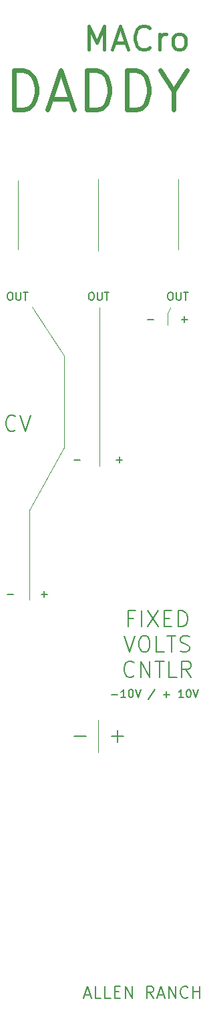
<source format=gbr>
%TF.GenerationSoftware,KiCad,Pcbnew,(5.1.6-0)*%
%TF.CreationDate,2022-12-01T22:08:32-05:00*%
%TF.ProjectId,MACRO Panel,4d414352-4f20-4506-916e-656c2e6b6963,rev?*%
%TF.SameCoordinates,Original*%
%TF.FileFunction,Legend,Top*%
%TF.FilePolarity,Positive*%
%FSLAX46Y46*%
G04 Gerber Fmt 4.6, Leading zero omitted, Abs format (unit mm)*
G04 Created by KiCad (PCBNEW (5.1.6-0)) date 2022-12-01 22:08:32*
%MOMM*%
%LPD*%
G01*
G04 APERTURE LIST*
%ADD10C,0.120000*%
%ADD11C,0.150000*%
%ADD12C,0.200000*%
%ADD13C,0.400000*%
%ADD14C,0.600000*%
G04 APERTURE END LIST*
D10*
X82423000Y-71628000D02*
X82804000Y-70866000D01*
D11*
X82693000Y-68921380D02*
X82883476Y-68921380D01*
X82978714Y-68969000D01*
X83073952Y-69064238D01*
X83121571Y-69254714D01*
X83121571Y-69588047D01*
X83073952Y-69778523D01*
X82978714Y-69873761D01*
X82883476Y-69921380D01*
X82693000Y-69921380D01*
X82597761Y-69873761D01*
X82502523Y-69778523D01*
X82454904Y-69588047D01*
X82454904Y-69254714D01*
X82502523Y-69064238D01*
X82597761Y-68969000D01*
X82693000Y-68921380D01*
X83550142Y-68921380D02*
X83550142Y-69730904D01*
X83597761Y-69826142D01*
X83645380Y-69873761D01*
X83740619Y-69921380D01*
X83931095Y-69921380D01*
X84026333Y-69873761D01*
X84073952Y-69826142D01*
X84121571Y-69730904D01*
X84121571Y-68921380D01*
X84454904Y-68921380D02*
X85026333Y-68921380D01*
X84740619Y-69921380D02*
X84740619Y-68921380D01*
X72660000Y-68921380D02*
X72850476Y-68921380D01*
X72945714Y-68969000D01*
X73040952Y-69064238D01*
X73088571Y-69254714D01*
X73088571Y-69588047D01*
X73040952Y-69778523D01*
X72945714Y-69873761D01*
X72850476Y-69921380D01*
X72660000Y-69921380D01*
X72564761Y-69873761D01*
X72469523Y-69778523D01*
X72421904Y-69588047D01*
X72421904Y-69254714D01*
X72469523Y-69064238D01*
X72564761Y-68969000D01*
X72660000Y-68921380D01*
X73517142Y-68921380D02*
X73517142Y-69730904D01*
X73564761Y-69826142D01*
X73612380Y-69873761D01*
X73707619Y-69921380D01*
X73898095Y-69921380D01*
X73993333Y-69873761D01*
X74040952Y-69826142D01*
X74088571Y-69730904D01*
X74088571Y-68921380D01*
X74421904Y-68921380D02*
X74993333Y-68921380D01*
X74707619Y-69921380D02*
X74707619Y-68921380D01*
X62373000Y-68921380D02*
X62563476Y-68921380D01*
X62658714Y-68969000D01*
X62753952Y-69064238D01*
X62801571Y-69254714D01*
X62801571Y-69588047D01*
X62753952Y-69778523D01*
X62658714Y-69873761D01*
X62563476Y-69921380D01*
X62373000Y-69921380D01*
X62277761Y-69873761D01*
X62182523Y-69778523D01*
X62134904Y-69588047D01*
X62134904Y-69254714D01*
X62182523Y-69064238D01*
X62277761Y-68969000D01*
X62373000Y-68921380D01*
X63230142Y-68921380D02*
X63230142Y-69730904D01*
X63277761Y-69826142D01*
X63325380Y-69873761D01*
X63420619Y-69921380D01*
X63611095Y-69921380D01*
X63706333Y-69873761D01*
X63753952Y-69826142D01*
X63801571Y-69730904D01*
X63801571Y-68921380D01*
X64134904Y-68921380D02*
X64706333Y-68921380D01*
X64420619Y-69921380D02*
X64420619Y-68921380D01*
D10*
X83820000Y-54610000D02*
X83820000Y-63500000D01*
X73660000Y-54610000D02*
X73660000Y-63627000D01*
X63500000Y-54737000D02*
X63500000Y-63500000D01*
D11*
X75343428Y-119832428D02*
X76105333Y-119832428D01*
X77105333Y-120213380D02*
X76533904Y-120213380D01*
X76819619Y-120213380D02*
X76819619Y-119213380D01*
X76724380Y-119356238D01*
X76629142Y-119451476D01*
X76533904Y-119499095D01*
X77724380Y-119213380D02*
X77819619Y-119213380D01*
X77914857Y-119261000D01*
X77962476Y-119308619D01*
X78010095Y-119403857D01*
X78057714Y-119594333D01*
X78057714Y-119832428D01*
X78010095Y-120022904D01*
X77962476Y-120118142D01*
X77914857Y-120165761D01*
X77819619Y-120213380D01*
X77724380Y-120213380D01*
X77629142Y-120165761D01*
X77581523Y-120118142D01*
X77533904Y-120022904D01*
X77486285Y-119832428D01*
X77486285Y-119594333D01*
X77533904Y-119403857D01*
X77581523Y-119308619D01*
X77629142Y-119261000D01*
X77724380Y-119213380D01*
X78343428Y-119213380D02*
X78676761Y-120213380D01*
X79010095Y-119213380D01*
X80819619Y-119165761D02*
X79962476Y-120451476D01*
X81914857Y-119832428D02*
X82676761Y-119832428D01*
X82295809Y-120213380D02*
X82295809Y-119451476D01*
X84438666Y-120213380D02*
X83867238Y-120213380D01*
X84152952Y-120213380D02*
X84152952Y-119213380D01*
X84057714Y-119356238D01*
X83962476Y-119451476D01*
X83867238Y-119499095D01*
X85057714Y-119213380D02*
X85152952Y-119213380D01*
X85248190Y-119261000D01*
X85295809Y-119308619D01*
X85343428Y-119403857D01*
X85391047Y-119594333D01*
X85391047Y-119832428D01*
X85343428Y-120022904D01*
X85295809Y-120118142D01*
X85248190Y-120165761D01*
X85152952Y-120213380D01*
X85057714Y-120213380D01*
X84962476Y-120165761D01*
X84914857Y-120118142D01*
X84867238Y-120022904D01*
X84819619Y-119832428D01*
X84819619Y-119594333D01*
X84867238Y-119403857D01*
X84914857Y-119308619D01*
X84962476Y-119261000D01*
X85057714Y-119213380D01*
X85676761Y-119213380D02*
X86010095Y-120213380D01*
X86343428Y-119213380D01*
D12*
X78105380Y-110195142D02*
X77438714Y-110195142D01*
X77438714Y-111242761D02*
X77438714Y-109242761D01*
X78391095Y-109242761D01*
X79153000Y-111242761D02*
X79153000Y-109242761D01*
X79914904Y-109242761D02*
X81248238Y-111242761D01*
X81248238Y-109242761D02*
X79914904Y-111242761D01*
X82010142Y-110195142D02*
X82676809Y-110195142D01*
X82962523Y-111242761D02*
X82010142Y-111242761D01*
X82010142Y-109242761D01*
X82962523Y-109242761D01*
X83819666Y-111242761D02*
X83819666Y-109242761D01*
X84295857Y-109242761D01*
X84581571Y-109338000D01*
X84772047Y-109528476D01*
X84867285Y-109718952D01*
X84962523Y-110099904D01*
X84962523Y-110385619D01*
X84867285Y-110766571D01*
X84772047Y-110957047D01*
X84581571Y-111147523D01*
X84295857Y-111242761D01*
X83819666Y-111242761D01*
X76914904Y-112442761D02*
X77581571Y-114442761D01*
X78248238Y-112442761D01*
X79295857Y-112442761D02*
X79676809Y-112442761D01*
X79867285Y-112538000D01*
X80057761Y-112728476D01*
X80153000Y-113109428D01*
X80153000Y-113776095D01*
X80057761Y-114157047D01*
X79867285Y-114347523D01*
X79676809Y-114442761D01*
X79295857Y-114442761D01*
X79105380Y-114347523D01*
X78914904Y-114157047D01*
X78819666Y-113776095D01*
X78819666Y-113109428D01*
X78914904Y-112728476D01*
X79105380Y-112538000D01*
X79295857Y-112442761D01*
X81962523Y-114442761D02*
X81010142Y-114442761D01*
X81010142Y-112442761D01*
X82343476Y-112442761D02*
X83486333Y-112442761D01*
X82914904Y-114442761D02*
X82914904Y-112442761D01*
X84057761Y-114347523D02*
X84343476Y-114442761D01*
X84819666Y-114442761D01*
X85010142Y-114347523D01*
X85105380Y-114252285D01*
X85200619Y-114061809D01*
X85200619Y-113871333D01*
X85105380Y-113680857D01*
X85010142Y-113585619D01*
X84819666Y-113490380D01*
X84438714Y-113395142D01*
X84248238Y-113299904D01*
X84153000Y-113204666D01*
X84057761Y-113014190D01*
X84057761Y-112823714D01*
X84153000Y-112633238D01*
X84248238Y-112538000D01*
X84438714Y-112442761D01*
X84914904Y-112442761D01*
X85200619Y-112538000D01*
X78153000Y-117452285D02*
X78057761Y-117547523D01*
X77772047Y-117642761D01*
X77581571Y-117642761D01*
X77295857Y-117547523D01*
X77105380Y-117357047D01*
X77010142Y-117166571D01*
X76914904Y-116785619D01*
X76914904Y-116499904D01*
X77010142Y-116118952D01*
X77105380Y-115928476D01*
X77295857Y-115738000D01*
X77581571Y-115642761D01*
X77772047Y-115642761D01*
X78057761Y-115738000D01*
X78153000Y-115833238D01*
X79010142Y-117642761D02*
X79010142Y-115642761D01*
X80153000Y-117642761D01*
X80153000Y-115642761D01*
X80819666Y-115642761D02*
X81962523Y-115642761D01*
X81391095Y-117642761D02*
X81391095Y-115642761D01*
X83581571Y-117642761D02*
X82629190Y-117642761D01*
X82629190Y-115642761D01*
X85391095Y-117642761D02*
X84724428Y-116690380D01*
X84248238Y-117642761D02*
X84248238Y-115642761D01*
X85010142Y-115642761D01*
X85200619Y-115738000D01*
X85295857Y-115833238D01*
X85391095Y-116023714D01*
X85391095Y-116309428D01*
X85295857Y-116499904D01*
X85200619Y-116595142D01*
X85010142Y-116690380D01*
X84248238Y-116690380D01*
X70612095Y-125110857D02*
X72135904Y-125110857D01*
X75311095Y-125110857D02*
X76834904Y-125110857D01*
X76073000Y-125872761D02*
X76073000Y-124348952D01*
D10*
X73660000Y-127127000D02*
X73660000Y-123063000D01*
X69342000Y-88519000D02*
X64897000Y-96520000D01*
X82423000Y-73025000D02*
X82423000Y-71628000D01*
D11*
X62103047Y-107132428D02*
X62864952Y-107132428D01*
X70612047Y-90114428D02*
X71373952Y-90114428D01*
X79883047Y-72334428D02*
X80644952Y-72334428D01*
X84201047Y-72334428D02*
X84962952Y-72334428D01*
X84582000Y-72715380D02*
X84582000Y-71953476D01*
X75946047Y-90114428D02*
X76707952Y-90114428D01*
X76327000Y-90495380D02*
X76327000Y-89733476D01*
X66421047Y-107132428D02*
X67182952Y-107132428D01*
X66802000Y-107513380D02*
X66802000Y-106751476D01*
D10*
X64897000Y-96520000D02*
X64897000Y-107823000D01*
X69342000Y-76962000D02*
X69342000Y-88519000D01*
X65278000Y-70739000D02*
X69342000Y-76962000D01*
X73787000Y-90932000D02*
X73787000Y-70866000D01*
D12*
X63134904Y-86312285D02*
X63039666Y-86407523D01*
X62753952Y-86502761D01*
X62563476Y-86502761D01*
X62277761Y-86407523D01*
X62087285Y-86217047D01*
X61992047Y-86026571D01*
X61896809Y-85645619D01*
X61896809Y-85359904D01*
X61992047Y-84978952D01*
X62087285Y-84788476D01*
X62277761Y-84598000D01*
X62563476Y-84502761D01*
X62753952Y-84502761D01*
X63039666Y-84598000D01*
X63134904Y-84693238D01*
X63706333Y-84502761D02*
X64373000Y-86502761D01*
X65039666Y-84502761D01*
D11*
X71926571Y-157857000D02*
X72640857Y-157857000D01*
X71783714Y-158285571D02*
X72283714Y-156785571D01*
X72783714Y-158285571D01*
X73998000Y-158285571D02*
X73283714Y-158285571D01*
X73283714Y-156785571D01*
X75212285Y-158285571D02*
X74498000Y-158285571D01*
X74498000Y-156785571D01*
X75712285Y-157499857D02*
X76212285Y-157499857D01*
X76426571Y-158285571D02*
X75712285Y-158285571D01*
X75712285Y-156785571D01*
X76426571Y-156785571D01*
X77069428Y-158285571D02*
X77069428Y-156785571D01*
X77926571Y-158285571D01*
X77926571Y-156785571D01*
X80640857Y-158285571D02*
X80140857Y-157571285D01*
X79783714Y-158285571D02*
X79783714Y-156785571D01*
X80355142Y-156785571D01*
X80498000Y-156857000D01*
X80569428Y-156928428D01*
X80640857Y-157071285D01*
X80640857Y-157285571D01*
X80569428Y-157428428D01*
X80498000Y-157499857D01*
X80355142Y-157571285D01*
X79783714Y-157571285D01*
X81212285Y-157857000D02*
X81926571Y-157857000D01*
X81069428Y-158285571D02*
X81569428Y-156785571D01*
X82069428Y-158285571D01*
X82569428Y-158285571D02*
X82569428Y-156785571D01*
X83426571Y-158285571D01*
X83426571Y-156785571D01*
X84998000Y-158142714D02*
X84926571Y-158214142D01*
X84712285Y-158285571D01*
X84569428Y-158285571D01*
X84355142Y-158214142D01*
X84212285Y-158071285D01*
X84140857Y-157928428D01*
X84069428Y-157642714D01*
X84069428Y-157428428D01*
X84140857Y-157142714D01*
X84212285Y-156999857D01*
X84355142Y-156857000D01*
X84569428Y-156785571D01*
X84712285Y-156785571D01*
X84926571Y-156857000D01*
X84998000Y-156928428D01*
X85640857Y-158285571D02*
X85640857Y-156785571D01*
X85640857Y-157499857D02*
X86498000Y-157499857D01*
X86498000Y-158285571D02*
X86498000Y-156785571D01*
D13*
X72414571Y-38187142D02*
X72414571Y-35187142D01*
X73414571Y-37330000D01*
X74414571Y-35187142D01*
X74414571Y-38187142D01*
X75700285Y-37330000D02*
X77128857Y-37330000D01*
X75414571Y-38187142D02*
X76414571Y-35187142D01*
X77414571Y-38187142D01*
X80128857Y-37901428D02*
X79986000Y-38044285D01*
X79557428Y-38187142D01*
X79271714Y-38187142D01*
X78843142Y-38044285D01*
X78557428Y-37758571D01*
X78414571Y-37472857D01*
X78271714Y-36901428D01*
X78271714Y-36472857D01*
X78414571Y-35901428D01*
X78557428Y-35615714D01*
X78843142Y-35330000D01*
X79271714Y-35187142D01*
X79557428Y-35187142D01*
X79986000Y-35330000D01*
X80128857Y-35472857D01*
X81414571Y-38187142D02*
X81414571Y-36187142D01*
X81414571Y-36758571D02*
X81557428Y-36472857D01*
X81700285Y-36330000D01*
X81986000Y-36187142D01*
X82271714Y-36187142D01*
X83700285Y-38187142D02*
X83414571Y-38044285D01*
X83271714Y-37901428D01*
X83128857Y-37615714D01*
X83128857Y-36758571D01*
X83271714Y-36472857D01*
X83414571Y-36330000D01*
X83700285Y-36187142D01*
X84128857Y-36187142D01*
X84414571Y-36330000D01*
X84557428Y-36472857D01*
X84700285Y-36758571D01*
X84700285Y-37615714D01*
X84557428Y-37901428D01*
X84414571Y-38044285D01*
X84128857Y-38187142D01*
X83700285Y-38187142D01*
D14*
X62937761Y-45822904D02*
X62937761Y-40822904D01*
X64128238Y-40822904D01*
X64842523Y-41061000D01*
X65318714Y-41537190D01*
X65556809Y-42013380D01*
X65794904Y-42965761D01*
X65794904Y-43680047D01*
X65556809Y-44632428D01*
X65318714Y-45108619D01*
X64842523Y-45584809D01*
X64128238Y-45822904D01*
X62937761Y-45822904D01*
X67699666Y-44394333D02*
X70080619Y-44394333D01*
X67223476Y-45822904D02*
X68890142Y-40822904D01*
X70556809Y-45822904D01*
X72223476Y-45822904D02*
X72223476Y-40822904D01*
X73413952Y-40822904D01*
X74128238Y-41061000D01*
X74604428Y-41537190D01*
X74842523Y-42013380D01*
X75080619Y-42965761D01*
X75080619Y-43680047D01*
X74842523Y-44632428D01*
X74604428Y-45108619D01*
X74128238Y-45584809D01*
X73413952Y-45822904D01*
X72223476Y-45822904D01*
X77223476Y-45822904D02*
X77223476Y-40822904D01*
X78413952Y-40822904D01*
X79128238Y-41061000D01*
X79604428Y-41537190D01*
X79842523Y-42013380D01*
X80080619Y-42965761D01*
X80080619Y-43680047D01*
X79842523Y-44632428D01*
X79604428Y-45108619D01*
X79128238Y-45584809D01*
X78413952Y-45822904D01*
X77223476Y-45822904D01*
X83175857Y-43441952D02*
X83175857Y-45822904D01*
X81509190Y-40822904D02*
X83175857Y-43441952D01*
X84842523Y-40822904D01*
M02*

</source>
